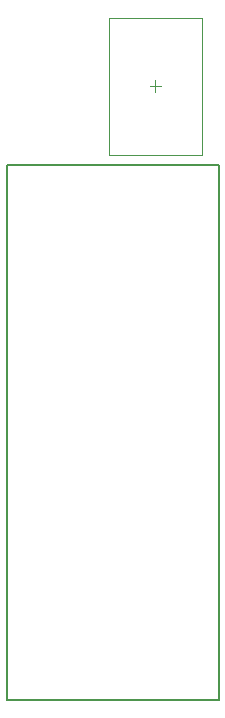
<source format=gbr>
G04*
G04 #@! TF.GenerationSoftware,Altium Limited,Altium Designer,23.1.1 (15)*
G04*
G04 Layer_Color=32768*
%FSLAX25Y25*%
%MOIN*%
G70*
G04*
G04 #@! TF.SameCoordinates,7F6F0EF6-604E-4872-8498-859B9B4CD440*
G04*
G04*
G04 #@! TF.FilePolarity,Positive*
G04*
G01*
G75*
%ADD11C,0.00787*%
%ADD42C,0.00197*%
D11*
X140258Y181559D02*
X211045D01*
Y3272D02*
Y181559D01*
X140258Y3272D02*
X211045D01*
X140258D02*
Y181559D01*
D42*
X187932Y207800D02*
X191868D01*
X189900Y205832D02*
Y209769D01*
X174349Y184965D02*
Y230635D01*
X205451D01*
Y184965D02*
Y230635D01*
X174349Y184965D02*
X205451D01*
M02*

</source>
